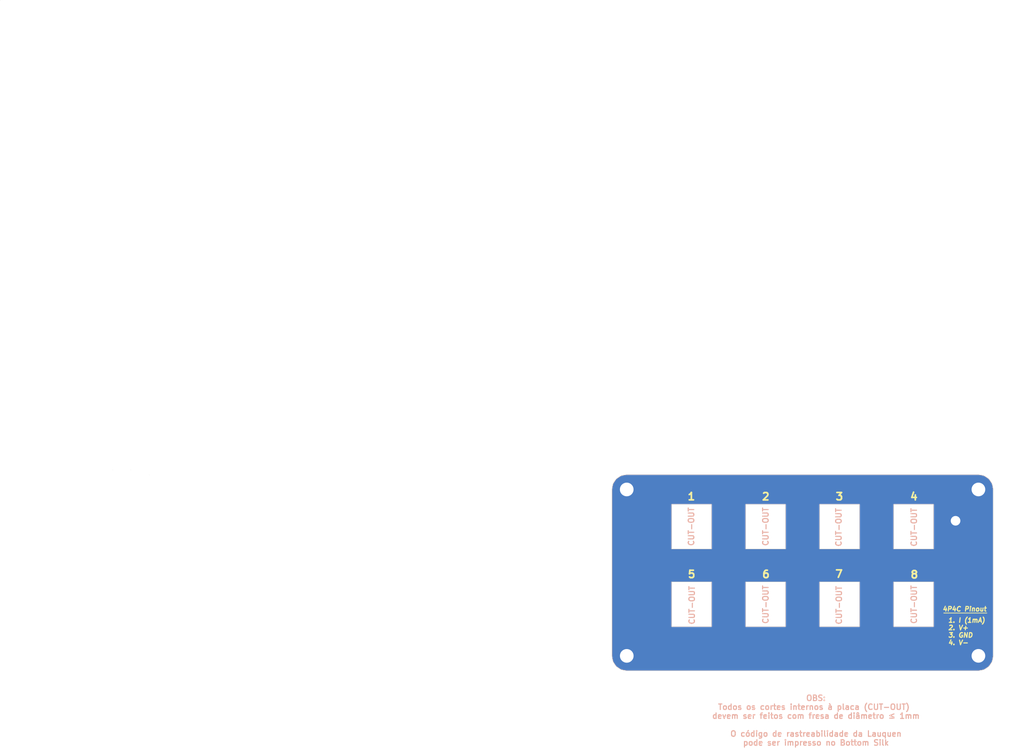
<source format=kicad_pcb>
(kicad_pcb (version 4) (host pcbnew 4.0.4+e1-6308~48~ubuntu15.10.1-stable)

  (general
    (links 4)
    (no_connects 0)
    (area -20.200001 -64.250001 259.390521 138.27084)
    (thickness 1.6)
    (drawings 72)
    (tracks 0)
    (zones 0)
    (modules 5)
    (nets 2)
  )

  (page A4)
  (layers
    (0 F.Cu signal)
    (31 B.Cu signal)
    (32 B.Adhes user)
    (33 F.Adhes user)
    (34 B.Paste user)
    (35 F.Paste user)
    (36 B.SilkS user)
    (37 F.SilkS user)
    (38 B.Mask user)
    (39 F.Mask user)
    (40 Dwgs.User user)
    (41 Cmts.User user)
    (42 Eco1.User user)
    (43 Eco2.User user)
    (44 Edge.Cuts user)
    (45 Margin user)
    (46 B.CrtYd user)
    (47 F.CrtYd user)
    (48 B.Fab user)
    (49 F.Fab user)
  )

  (setup
    (last_trace_width 0.25)
    (user_trace_width 0.3)
    (user_trace_width 0.4)
    (user_trace_width 0.5)
    (user_trace_width 0.6)
    (user_trace_width 0.8)
    (user_trace_width 1)
    (trace_clearance 0.2)
    (zone_clearance 0)
    (zone_45_only no)
    (trace_min 0.2)
    (segment_width 0.2)
    (edge_width 0.15)
    (via_size 0.6)
    (via_drill 0.4)
    (via_min_size 0.4)
    (via_min_drill 0.3)
    (uvia_size 0.3)
    (uvia_drill 0.1)
    (uvias_allowed no)
    (uvia_min_size 0.2)
    (uvia_min_drill 0.1)
    (pcb_text_width 0.3)
    (pcb_text_size 1.5 1.5)
    (mod_edge_width 0.15)
    (mod_text_size 1 1)
    (mod_text_width 0.15)
    (pad_size 4 4)
    (pad_drill 2.6)
    (pad_to_mask_clearance 0.2)
    (aux_axis_origin 0 0)
    (grid_origin 135.39724 84.19084)
    (visible_elements FFFFF77F)
    (pcbplotparams
      (layerselection 0x3ffff_80000001)
      (usegerberextensions false)
      (excludeedgelayer true)
      (linewidth 0.100000)
      (plotframeref false)
      (viasonmask false)
      (mode 1)
      (useauxorigin false)
      (hpglpennumber 1)
      (hpglpenspeed 20)
      (hpglpendiameter 15)
      (hpglpenoverlay 2)
      (psnegative false)
      (psa4output false)
      (plotreference true)
      (plotvalue true)
      (plotinvisibletext false)
      (padsonsilk false)
      (subtractmaskfromsilk false)
      (outputformat 1)
      (mirror false)
      (drillshape 0)
      (scaleselection 1)
      (outputdirectory ../Gerber/))
  )

  (net 0 "")
  (net 1 GND)

  (net_class Default "This is the default net class."
    (clearance 0.2)
    (trace_width 0.25)
    (via_dia 0.6)
    (via_drill 0.4)
    (uvia_dia 0.3)
    (uvia_drill 0.1)
    (add_net GND)
  )

  (module Pin_Headers:Pin_Header_Straight_1x01_Pitch2.54mm (layer F.Cu) (tedit 5A69CE70) (tstamp 5A69CE57)
    (at 238.01324 76.57084)
    (descr "Through hole straight pin header, 1x01, 2.54mm pitch, single row")
    (tags "Through hole pin header THT 1x01 2.54mm single row")
    (fp_text reference REF** (at 0 -2.33) (layer F.SilkS) hide
      (effects (font (size 1 1) (thickness 0.15)))
    )
    (fp_text value Pin_Header_Straight_1x01_Pitch2.54mm (at 0 2.33) (layer F.Fab) hide
      (effects (font (size 1 1) (thickness 0.15)))
    )
    (pad 1 thru_hole circle (at 0 0) (size 4 4) (drill 2.6) (layers *.Cu *.Mask)
      (net 1 GND))
    (model ${KISYS3DMOD}/Pin_Headers.3dshapes/Pin_Header_Straight_1x01_Pitch2.54mm.wrl
      (at (xyz 0 0 0))
      (scale (xyz 1 1 1))
      (rotate (xyz 0 0 0))
    )
  )

  (module Pin_Headers:Pin_Header_Straight_1x01_Pitch2.54mm (layer F.Cu) (tedit 59F76A30) (tstamp 59F8C69F)
    (at 149.16404 113.10112)
    (descr "Through hole straight pin header, 1x01, 2.54mm pitch, single row")
    (tags "Through hole pin header THT 1x01 2.54mm single row")
    (fp_text reference REF** (at 0 -2.33) (layer F.SilkS) hide
      (effects (font (size 1 1) (thickness 0.15)))
    )
    (fp_text value Pin_Header_Straight_1x01_Pitch2.54mm (at 0 2.33) (layer F.Fab) hide
      (effects (font (size 1 1) (thickness 0.15)))
    )
    (pad 1 thru_hole circle (at 0 0) (size 6 6) (drill 3.7) (layers *.Cu *.Mask)
      (net 1 GND))
    (model ${KISYS3DMOD}/Pin_Headers.3dshapes/Pin_Header_Straight_1x01_Pitch2.54mm.wrl
      (at (xyz 0 0 0))
      (scale (xyz 1 1 1))
      (rotate (xyz 0 0 0))
    )
  )

  (module Pin_Headers:Pin_Header_Straight_1x01_Pitch2.54mm (layer F.Cu) (tedit 59F76A30) (tstamp 59F8C690)
    (at 244.19052 113.09096)
    (descr "Through hole straight pin header, 1x01, 2.54mm pitch, single row")
    (tags "Through hole pin header THT 1x01 2.54mm single row")
    (fp_text reference REF** (at 0 -2.33) (layer F.SilkS) hide
      (effects (font (size 1 1) (thickness 0.15)))
    )
    (fp_text value Pin_Header_Straight_1x01_Pitch2.54mm (at 0 2.33) (layer F.Fab) hide
      (effects (font (size 1 1) (thickness 0.15)))
    )
    (pad 1 thru_hole circle (at 0 0) (size 6 6) (drill 3.7) (layers *.Cu *.Mask)
      (net 1 GND))
    (model ${KISYS3DMOD}/Pin_Headers.3dshapes/Pin_Header_Straight_1x01_Pitch2.54mm.wrl
      (at (xyz 0 0 0))
      (scale (xyz 1 1 1))
      (rotate (xyz 0 0 0))
    )
  )

  (module Pin_Headers:Pin_Header_Straight_1x01_Pitch2.54mm (layer F.Cu) (tedit 59F76A30) (tstamp 59F8C64E)
    (at 244.19052 68.10248)
    (descr "Through hole straight pin header, 1x01, 2.54mm pitch, single row")
    (tags "Through hole pin header THT 1x01 2.54mm single row")
    (fp_text reference REF** (at 0 -2.33) (layer F.SilkS) hide
      (effects (font (size 1 1) (thickness 0.15)))
    )
    (fp_text value Pin_Header_Straight_1x01_Pitch2.54mm (at 0 2.33) (layer F.Fab) hide
      (effects (font (size 1 1) (thickness 0.15)))
    )
    (pad 1 thru_hole circle (at 0 0) (size 6 6) (drill 3.7) (layers *.Cu *.Mask)
      (net 1 GND))
    (model ${KISYS3DMOD}/Pin_Headers.3dshapes/Pin_Header_Straight_1x01_Pitch2.54mm.wrl
      (at (xyz 0 0 0))
      (scale (xyz 1 1 1))
      (rotate (xyz 0 0 0))
    )
  )

  (module Pin_Headers:Pin_Header_Straight_1x01_Pitch2.54mm (layer F.Cu) (tedit 59F76A30) (tstamp 59F8C633)
    (at 149.15388 68.10248)
    (descr "Through hole straight pin header, 1x01, 2.54mm pitch, single row")
    (tags "Through hole pin header THT 1x01 2.54mm single row")
    (fp_text reference REF** (at 0 -2.33) (layer F.SilkS) hide
      (effects (font (size 1 1) (thickness 0.15)))
    )
    (fp_text value Pin_Header_Straight_1x01_Pitch2.54mm (at 0 2.33) (layer F.Fab) hide
      (effects (font (size 1 1) (thickness 0.15)))
    )
    (pad 1 thru_hole circle (at 0 0) (size 6 6) (drill 3.7) (layers *.Cu *.Mask)
      (net 1 GND))
    (model ${KISYS3DMOD}/Pin_Headers.3dshapes/Pin_Header_Straight_1x01_Pitch2.54mm.wrl
      (at (xyz 0 0 0))
      (scale (xyz 1 1 1))
      (rotate (xyz 0 0 0))
    )
  )

  (gr_text "OBS:\nTodos os cortes internos à placa (CUT-OUT) \ndevem ser feitos com fresa de diâmetro ≤ 1mm\n\nO código de rastreabilidade da Lauquen\npode ser impresso no Bottom Silk" (at 200.29424 130.54584) (layer B.SilkS)
    (effects (font (size 1.5 1.5) (thickness 0.3)))
  )
  (gr_text CUT-OUT (at 206.51724 99.3902 90) (layer B.SilkS)
    (effects (font (size 1.5 1.5) (thickness 0.3)))
  )
  (gr_text CUT-OUT (at 226.78644 99.2124 90) (layer B.SilkS)
    (effects (font (size 1.5 1.5) (thickness 0.3)))
  )
  (gr_text CUT-OUT (at 226.78644 78.32344 90) (layer B.SilkS)
    (effects (font (size 1.5 1.5) (thickness 0.3)))
  )
  (gr_text CUT-OUT (at 206.4258 78.32344 90) (layer B.SilkS)
    (effects (font (size 1.5 1.5) (thickness 0.3)))
  )
  (gr_text CUT-OUT (at 186.69 99.2124 90) (layer B.SilkS)
    (effects (font (size 1.5 1.5) (thickness 0.3)))
  )
  (gr_text CUT-OUT (at 166.7764 99.3902 90) (layer B.SilkS)
    (effects (font (size 1.5 1.5) (thickness 0.3)))
  )
  (gr_text CUT-OUT (at 186.69 78.14564 90) (layer B.SilkS)
    (effects (font (size 1.5 1.5) (thickness 0.3)))
  )
  (gr_text CUT-OUT (at 166.5986 78.14564 90) (layer B.SilkS)
    (effects (font (size 1.5 1.5) (thickness 0.3)))
  )
  (gr_line (start 234.823 101.50856) (end 246.46636 101.50856) (angle 90) (layer F.SilkS) (width 0.2))
  (gr_text "1. I (1mA)\n2. V+\n3. GND\n4. V-" (at 235.87964 106.49204) (layer F.SilkS)
    (effects (font (size 1.25 1.25) (thickness 0.3) italic) (justify left))
  )
  (gr_text "4P4C Pinout" (at 240.45164 100.4316) (layer F.SilkS)
    (effects (font (size 1.25 1.25) (thickness 0.3) italic))
  )
  (gr_text 5 (at 166.69004 91.0336) (layer F.SilkS)
    (effects (font (size 2 2) (thickness 0.45)))
  )
  (gr_text 6 (at 186.78144 91.0336) (layer F.SilkS)
    (effects (font (size 2 2) (thickness 0.45)))
  )
  (gr_text 8 (at 226.8728 91.12504) (layer F.SilkS)
    (effects (font (size 2 2) (thickness 0.45)))
  )
  (gr_text 7 (at 206.51724 90.94724) (layer F.SilkS)
    (effects (font (size 2 2) (thickness 0.45)))
  )
  (gr_text 4 (at 226.76104 70.01764) (layer F.SilkS)
    (effects (font (size 2 2) (thickness 0.45)))
  )
  (gr_text 3 (at 206.61884 70.01764) (layer F.SilkS)
    (effects (font (size 2 2) (thickness 0.45)))
  )
  (gr_text 2 (at 186.72048 70.02272) (layer F.SilkS)
    (effects (font (size 2 2) (thickness 0.45)))
  )
  (gr_text 1 (at 166.624 70.0024) (layer F.SilkS)
    (effects (font (size 2 2) (thickness 0.45)))
  )
  (gr_line (start 221.265754 104.899645) (end 221.265754 93.099645) (layer Edge.Cuts) (width 0.1))
  (gr_line (start 221.265754 105.199645) (end 221.265754 104.899645) (layer Edge.Cuts) (width 0.1))
  (gr_line (start 232.065754 105.199645) (end 221.265754 105.199645) (layer Edge.Cuts) (width 0.1))
  (gr_line (start 232.065754 93.099645) (end 232.065754 105.199645) (layer Edge.Cuts) (width 0.1))
  (gr_line (start 221.265754 93.099645) (end 232.065754 93.099645) (layer Edge.Cuts) (width 0.1))
  (gr_line (start 221.265754 83.899645) (end 221.265754 72.099645) (layer Edge.Cuts) (width 0.1))
  (gr_line (start 221.265754 84.199645) (end 221.265754 83.899645) (layer Edge.Cuts) (width 0.1))
  (gr_line (start 232.065754 84.199645) (end 221.265754 84.199645) (layer Edge.Cuts) (width 0.1))
  (gr_line (start 232.065754 72.099645) (end 232.065754 84.199645) (layer Edge.Cuts) (width 0.1))
  (gr_line (start 221.265754 72.099645) (end 232.065754 72.099645) (layer Edge.Cuts) (width 0.1))
  (gr_line (start 201.265754 83.899645) (end 201.265754 72.099645) (layer Edge.Cuts) (width 0.1))
  (gr_line (start 201.265754 84.199645) (end 201.265754 83.899645) (layer Edge.Cuts) (width 0.1))
  (gr_line (start 212.065754 84.199645) (end 201.265754 84.199645) (layer Edge.Cuts) (width 0.1))
  (gr_line (start 212.065754 72.099645) (end 212.065754 84.199645) (layer Edge.Cuts) (width 0.1))
  (gr_line (start 201.265754 72.099645) (end 212.065754 72.099645) (layer Edge.Cuts) (width 0.1))
  (gr_line (start 201.265754 104.899645) (end 201.265754 93.099645) (layer Edge.Cuts) (width 0.1))
  (gr_line (start 201.265754 105.199645) (end 201.265754 104.899645) (layer Edge.Cuts) (width 0.1))
  (gr_line (start 212.065754 105.199645) (end 201.265754 105.199645) (layer Edge.Cuts) (width 0.1))
  (gr_line (start 212.065754 93.099645) (end 212.065754 105.199645) (layer Edge.Cuts) (width 0.1))
  (gr_line (start 201.265754 93.099645) (end 212.065754 93.099645) (layer Edge.Cuts) (width 0.1))
  (gr_line (start 181.275754 104.899645) (end 181.275754 93.099645) (layer Edge.Cuts) (width 0.1))
  (gr_line (start 181.275754 105.199645) (end 181.275754 104.899645) (layer Edge.Cuts) (width 0.1))
  (gr_line (start 192.075754 105.199645) (end 181.275754 105.199645) (layer Edge.Cuts) (width 0.1))
  (gr_line (start 192.075754 93.099645) (end 192.075754 105.199645) (layer Edge.Cuts) (width 0.1))
  (gr_line (start 181.275754 93.099645) (end 192.075754 93.099645) (layer Edge.Cuts) (width 0.1))
  (gr_line (start 181.275754 83.899645) (end 181.275754 72.099645) (layer Edge.Cuts) (width 0.1))
  (gr_line (start 181.275754 84.199645) (end 181.275754 83.899645) (layer Edge.Cuts) (width 0.1))
  (gr_line (start 192.075754 84.199645) (end 181.275754 84.199645) (layer Edge.Cuts) (width 0.1))
  (gr_line (start 192.075754 72.099645) (end 192.075754 84.199645) (layer Edge.Cuts) (width 0.1))
  (gr_line (start 181.275754 72.099645) (end 192.075754 72.099645) (layer Edge.Cuts) (width 0.1))
  (gr_line (start 161.275754 83.899645) (end 161.275754 72.099645) (layer Edge.Cuts) (width 0.1))
  (gr_line (start 161.275754 84.199645) (end 161.275754 83.899645) (layer Edge.Cuts) (width 0.1))
  (gr_line (start 172.075754 84.199645) (end 161.275754 84.199645) (layer Edge.Cuts) (width 0.1))
  (gr_line (start 172.075754 72.099645) (end 172.075754 84.199645) (layer Edge.Cuts) (width 0.1))
  (gr_line (start 161.275754 72.099645) (end 172.075754 72.099645) (layer Edge.Cuts) (width 0.1))
  (gr_line (start 161.275754 105.199645) (end 161.275754 104.899645) (layer Edge.Cuts) (width 0.1))
  (gr_line (start 172.075754 105.199645) (end 161.275754 105.199645) (layer Edge.Cuts) (width 0.1))
  (gr_line (start 172.075754 93.099645) (end 172.075754 105.199645) (layer Edge.Cuts) (width 0.1))
  (gr_line (start 161.275754 93.099645) (end 172.075754 93.099645) (layer Edge.Cuts) (width 0.1))
  (gr_line (start 161.275754 104.899645) (end 161.275754 93.099645) (layer Edge.Cuts) (width 0.1))
  (gr_line (start 248.170754 68.089645) (end 248.170754 113.109645) (layer Edge.Cuts) (width 0.1))
  (gr_line (start 145.170754 113.109645) (end 145.170754 68.089645) (layer Edge.Cuts) (width 0.1))
  (gr_arc (start 149.160754 68.089645) (end 149.160754 64.099645) (angle -90) (layer Edge.Cuts) (width 0.1))
  (gr_arc (start 149.160754 113.109645) (end 145.170754 113.109645) (angle -90) (layer Edge.Cuts) (width 0.1))
  (gr_line (start 244.180754 117.099645) (end 149.160754 117.099645) (layer Edge.Cuts) (width 0.1))
  (gr_arc (start 244.180754 113.109645) (end 244.180754 117.099645) (angle -90) (layer Edge.Cuts) (width 0.1))
  (gr_arc (start 244.180754 68.089645) (end 248.170754 68.089645) (angle -90) (layer Edge.Cuts) (width 0.1))
  (gr_line (start 149.160754 64.099645) (end 244.180754 64.099645) (layer Edge.Cuts) (width 0.1))
  (gr_line (start 15.145404 62.85) (end 15.145404 62.85) (layer Edge.Cuts) (width 0.1))
  (gr_line (start -20.15 -64.2) (end -20.15 -64.2) (layer Edge.Cuts) (width 0.1))
  (gr_line (start 20.15 64.2) (end 20.15 64.2) (layer Edge.Cuts) (width 0.1))
  (gr_line (start 10.254596 62.85) (end 10.254596 62.85) (layer Edge.Cuts) (width 0.1))

  (zone (net 1) (net_name GND) (layer F.Cu) (tstamp 59F76A04) (hatch edge 0.508)
    (connect_pads yes (clearance 0))
    (min_thickness 0.254)
    (fill yes (arc_segments 16) (thermal_gap 0.508) (thermal_bridge_width 0.508))
    (polygon
      (pts
        (xy 34.417 60.452) (xy 254.7874 60.97016) (xy 256.0574 121.42216) (xy 32.258 118.745) (xy 33.655 60.706)
      )
    )
    (filled_polygon
      (pts
        (xy 245.638599 64.570096) (xy 246.8745 65.395899) (xy 247.700303 66.6318) (xy 247.993754 68.107078) (xy 247.993754 113.092212)
        (xy 247.700303 114.56749) (xy 246.8745 115.803391) (xy 245.638599 116.629194) (xy 244.163321 116.922645) (xy 149.178187 116.922645)
        (xy 147.702909 116.629194) (xy 146.467008 115.803391) (xy 145.641205 114.56749) (xy 145.347754 113.092212) (xy 145.347754 93.099645)
        (xy 161.098754 93.099645) (xy 161.098754 105.199645) (xy 161.112227 105.26738) (xy 161.150596 105.324803) (xy 161.208019 105.363172)
        (xy 161.275754 105.376645) (xy 172.075754 105.376645) (xy 172.143489 105.363172) (xy 172.200912 105.324803) (xy 172.239281 105.26738)
        (xy 172.252754 105.199645) (xy 172.252754 93.099645) (xy 181.098754 93.099645) (xy 181.098754 105.199645) (xy 181.112227 105.26738)
        (xy 181.150596 105.324803) (xy 181.208019 105.363172) (xy 181.275754 105.376645) (xy 192.075754 105.376645) (xy 192.143489 105.363172)
        (xy 192.200912 105.324803) (xy 192.239281 105.26738) (xy 192.252754 105.199645) (xy 192.252754 93.099645) (xy 201.088754 93.099645)
        (xy 201.088754 105.199645) (xy 201.102227 105.26738) (xy 201.140596 105.324803) (xy 201.198019 105.363172) (xy 201.265754 105.376645)
        (xy 212.065754 105.376645) (xy 212.133489 105.363172) (xy 212.190912 105.324803) (xy 212.229281 105.26738) (xy 212.242754 105.199645)
        (xy 212.242754 93.099645) (xy 221.088754 93.099645) (xy 221.088754 105.199645) (xy 221.102227 105.26738) (xy 221.140596 105.324803)
        (xy 221.198019 105.363172) (xy 221.265754 105.376645) (xy 232.065754 105.376645) (xy 232.133489 105.363172) (xy 232.190912 105.324803)
        (xy 232.229281 105.26738) (xy 232.242754 105.199645) (xy 232.242754 93.099645) (xy 232.229281 93.03191) (xy 232.190912 92.974487)
        (xy 232.133489 92.936118) (xy 232.065754 92.922645) (xy 221.265754 92.922645) (xy 221.198019 92.936118) (xy 221.140596 92.974487)
        (xy 221.102227 93.03191) (xy 221.088754 93.099645) (xy 212.242754 93.099645) (xy 212.229281 93.03191) (xy 212.190912 92.974487)
        (xy 212.133489 92.936118) (xy 212.065754 92.922645) (xy 201.265754 92.922645) (xy 201.198019 92.936118) (xy 201.140596 92.974487)
        (xy 201.102227 93.03191) (xy 201.088754 93.099645) (xy 192.252754 93.099645) (xy 192.239281 93.03191) (xy 192.200912 92.974487)
        (xy 192.143489 92.936118) (xy 192.075754 92.922645) (xy 181.275754 92.922645) (xy 181.208019 92.936118) (xy 181.150596 92.974487)
        (xy 181.112227 93.03191) (xy 181.098754 93.099645) (xy 172.252754 93.099645) (xy 172.239281 93.03191) (xy 172.200912 92.974487)
        (xy 172.143489 92.936118) (xy 172.075754 92.922645) (xy 161.275754 92.922645) (xy 161.208019 92.936118) (xy 161.150596 92.974487)
        (xy 161.112227 93.03191) (xy 161.098754 93.099645) (xy 145.347754 93.099645) (xy 145.347754 72.099645) (xy 161.098754 72.099645)
        (xy 161.098754 84.199645) (xy 161.112227 84.26738) (xy 161.150596 84.324803) (xy 161.208019 84.363172) (xy 161.275754 84.376645)
        (xy 172.075754 84.376645) (xy 172.143489 84.363172) (xy 172.200912 84.324803) (xy 172.239281 84.26738) (xy 172.252754 84.199645)
        (xy 172.252754 72.099645) (xy 181.098754 72.099645) (xy 181.098754 84.199645) (xy 181.112227 84.26738) (xy 181.150596 84.324803)
        (xy 181.208019 84.363172) (xy 181.275754 84.376645) (xy 192.075754 84.376645) (xy 192.143489 84.363172) (xy 192.200912 84.324803)
        (xy 192.239281 84.26738) (xy 192.252754 84.199645) (xy 192.252754 72.099645) (xy 201.088754 72.099645) (xy 201.088754 84.199645)
        (xy 201.102227 84.26738) (xy 201.140596 84.324803) (xy 201.198019 84.363172) (xy 201.265754 84.376645) (xy 212.065754 84.376645)
        (xy 212.133489 84.363172) (xy 212.190912 84.324803) (xy 212.229281 84.26738) (xy 212.242754 84.199645) (xy 212.242754 72.099645)
        (xy 221.088754 72.099645) (xy 221.088754 84.199645) (xy 221.102227 84.26738) (xy 221.140596 84.324803) (xy 221.198019 84.363172)
        (xy 221.265754 84.376645) (xy 232.065754 84.376645) (xy 232.133489 84.363172) (xy 232.190912 84.324803) (xy 232.229281 84.26738)
        (xy 232.242754 84.199645) (xy 232.242754 72.099645) (xy 232.229281 72.03191) (xy 232.190912 71.974487) (xy 232.133489 71.936118)
        (xy 232.065754 71.922645) (xy 221.265754 71.922645) (xy 221.198019 71.936118) (xy 221.140596 71.974487) (xy 221.102227 72.03191)
        (xy 221.088754 72.099645) (xy 212.242754 72.099645) (xy 212.229281 72.03191) (xy 212.190912 71.974487) (xy 212.133489 71.936118)
        (xy 212.065754 71.922645) (xy 201.265754 71.922645) (xy 201.198019 71.936118) (xy 201.140596 71.974487) (xy 201.102227 72.03191)
        (xy 201.088754 72.099645) (xy 192.252754 72.099645) (xy 192.239281 72.03191) (xy 192.200912 71.974487) (xy 192.143489 71.936118)
        (xy 192.075754 71.922645) (xy 181.275754 71.922645) (xy 181.208019 71.936118) (xy 181.150596 71.974487) (xy 181.112227 72.03191)
        (xy 181.098754 72.099645) (xy 172.252754 72.099645) (xy 172.239281 72.03191) (xy 172.200912 71.974487) (xy 172.143489 71.936118)
        (xy 172.075754 71.922645) (xy 161.275754 71.922645) (xy 161.208019 71.936118) (xy 161.150596 71.974487) (xy 161.112227 72.03191)
        (xy 161.098754 72.099645) (xy 145.347754 72.099645) (xy 145.347754 68.107078) (xy 145.641205 66.6318) (xy 146.467008 65.395899)
        (xy 147.702909 64.570096) (xy 149.178187 64.276645) (xy 244.163321 64.276645)
      )
    )
  )
  (zone (net 1) (net_name GND) (layer B.Cu) (tstamp 59F76A17) (hatch edge 0.508)
    (connect_pads yes (clearance 0))
    (min_thickness 0.254)
    (fill yes (arc_segments 16) (thermal_gap 0.508) (thermal_bridge_width 0.508))
    (polygon
      (pts
        (xy 33.655 60.706) (xy 254.9906 59.81192) (xy 256.5146 120.39092) (xy 32.1818 118.19128) (xy 33.75152 60.81776)
      )
    )
    (filled_polygon
      (pts
        (xy 245.638599 64.570096) (xy 246.8745 65.395899) (xy 247.700303 66.6318) (xy 247.993754 68.107078) (xy 247.993754 113.092212)
        (xy 247.700303 114.56749) (xy 246.8745 115.803391) (xy 245.638599 116.629194) (xy 244.163321 116.922645) (xy 149.178187 116.922645)
        (xy 147.702909 116.629194) (xy 146.467008 115.803391) (xy 145.641205 114.56749) (xy 145.347754 113.092212) (xy 145.347754 93.099645)
        (xy 161.098754 93.099645) (xy 161.098754 105.199645) (xy 161.112227 105.26738) (xy 161.150596 105.324803) (xy 161.208019 105.363172)
        (xy 161.275754 105.376645) (xy 172.075754 105.376645) (xy 172.143489 105.363172) (xy 172.200912 105.324803) (xy 172.239281 105.26738)
        (xy 172.252754 105.199645) (xy 172.252754 93.099645) (xy 181.098754 93.099645) (xy 181.098754 105.199645) (xy 181.112227 105.26738)
        (xy 181.150596 105.324803) (xy 181.208019 105.363172) (xy 181.275754 105.376645) (xy 192.075754 105.376645) (xy 192.143489 105.363172)
        (xy 192.200912 105.324803) (xy 192.239281 105.26738) (xy 192.252754 105.199645) (xy 192.252754 93.099645) (xy 201.088754 93.099645)
        (xy 201.088754 105.199645) (xy 201.102227 105.26738) (xy 201.140596 105.324803) (xy 201.198019 105.363172) (xy 201.265754 105.376645)
        (xy 212.065754 105.376645) (xy 212.133489 105.363172) (xy 212.190912 105.324803) (xy 212.229281 105.26738) (xy 212.242754 105.199645)
        (xy 212.242754 93.099645) (xy 221.088754 93.099645) (xy 221.088754 105.199645) (xy 221.102227 105.26738) (xy 221.140596 105.324803)
        (xy 221.198019 105.363172) (xy 221.265754 105.376645) (xy 232.065754 105.376645) (xy 232.133489 105.363172) (xy 232.190912 105.324803)
        (xy 232.229281 105.26738) (xy 232.242754 105.199645) (xy 232.242754 93.099645) (xy 232.229281 93.03191) (xy 232.190912 92.974487)
        (xy 232.133489 92.936118) (xy 232.065754 92.922645) (xy 221.265754 92.922645) (xy 221.198019 92.936118) (xy 221.140596 92.974487)
        (xy 221.102227 93.03191) (xy 221.088754 93.099645) (xy 212.242754 93.099645) (xy 212.229281 93.03191) (xy 212.190912 92.974487)
        (xy 212.133489 92.936118) (xy 212.065754 92.922645) (xy 201.265754 92.922645) (xy 201.198019 92.936118) (xy 201.140596 92.974487)
        (xy 201.102227 93.03191) (xy 201.088754 93.099645) (xy 192.252754 93.099645) (xy 192.239281 93.03191) (xy 192.200912 92.974487)
        (xy 192.143489 92.936118) (xy 192.075754 92.922645) (xy 181.275754 92.922645) (xy 181.208019 92.936118) (xy 181.150596 92.974487)
        (xy 181.112227 93.03191) (xy 181.098754 93.099645) (xy 172.252754 93.099645) (xy 172.239281 93.03191) (xy 172.200912 92.974487)
        (xy 172.143489 92.936118) (xy 172.075754 92.922645) (xy 161.275754 92.922645) (xy 161.208019 92.936118) (xy 161.150596 92.974487)
        (xy 161.112227 93.03191) (xy 161.098754 93.099645) (xy 145.347754 93.099645) (xy 145.347754 72.099645) (xy 161.098754 72.099645)
        (xy 161.098754 84.199645) (xy 161.112227 84.26738) (xy 161.150596 84.324803) (xy 161.208019 84.363172) (xy 161.275754 84.376645)
        (xy 172.075754 84.376645) (xy 172.143489 84.363172) (xy 172.200912 84.324803) (xy 172.239281 84.26738) (xy 172.252754 84.199645)
        (xy 172.252754 72.099645) (xy 181.098754 72.099645) (xy 181.098754 84.199645) (xy 181.112227 84.26738) (xy 181.150596 84.324803)
        (xy 181.208019 84.363172) (xy 181.275754 84.376645) (xy 192.075754 84.376645) (xy 192.143489 84.363172) (xy 192.200912 84.324803)
        (xy 192.239281 84.26738) (xy 192.252754 84.199645) (xy 192.252754 72.099645) (xy 201.088754 72.099645) (xy 201.088754 84.199645)
        (xy 201.102227 84.26738) (xy 201.140596 84.324803) (xy 201.198019 84.363172) (xy 201.265754 84.376645) (xy 212.065754 84.376645)
        (xy 212.133489 84.363172) (xy 212.190912 84.324803) (xy 212.229281 84.26738) (xy 212.242754 84.199645) (xy 212.242754 72.099645)
        (xy 221.088754 72.099645) (xy 221.088754 84.199645) (xy 221.102227 84.26738) (xy 221.140596 84.324803) (xy 221.198019 84.363172)
        (xy 221.265754 84.376645) (xy 232.065754 84.376645) (xy 232.133489 84.363172) (xy 232.190912 84.324803) (xy 232.229281 84.26738)
        (xy 232.242754 84.199645) (xy 232.242754 72.099645) (xy 232.229281 72.03191) (xy 232.190912 71.974487) (xy 232.133489 71.936118)
        (xy 232.065754 71.922645) (xy 221.265754 71.922645) (xy 221.198019 71.936118) (xy 221.140596 71.974487) (xy 221.102227 72.03191)
        (xy 221.088754 72.099645) (xy 212.242754 72.099645) (xy 212.229281 72.03191) (xy 212.190912 71.974487) (xy 212.133489 71.936118)
        (xy 212.065754 71.922645) (xy 201.265754 71.922645) (xy 201.198019 71.936118) (xy 201.140596 71.974487) (xy 201.102227 72.03191)
        (xy 201.088754 72.099645) (xy 192.252754 72.099645) (xy 192.239281 72.03191) (xy 192.200912 71.974487) (xy 192.143489 71.936118)
        (xy 192.075754 71.922645) (xy 181.275754 71.922645) (xy 181.208019 71.936118) (xy 181.150596 71.974487) (xy 181.112227 72.03191)
        (xy 181.098754 72.099645) (xy 172.252754 72.099645) (xy 172.239281 72.03191) (xy 172.200912 71.974487) (xy 172.143489 71.936118)
        (xy 172.075754 71.922645) (xy 161.275754 71.922645) (xy 161.208019 71.936118) (xy 161.150596 71.974487) (xy 161.112227 72.03191)
        (xy 161.098754 72.099645) (xy 145.347754 72.099645) (xy 145.347754 68.107078) (xy 145.641205 66.6318) (xy 146.467008 65.395899)
        (xy 147.702909 64.570096) (xy 149.178187 64.276645) (xy 244.163321 64.276645)
      )
    )
  )
)

</source>
